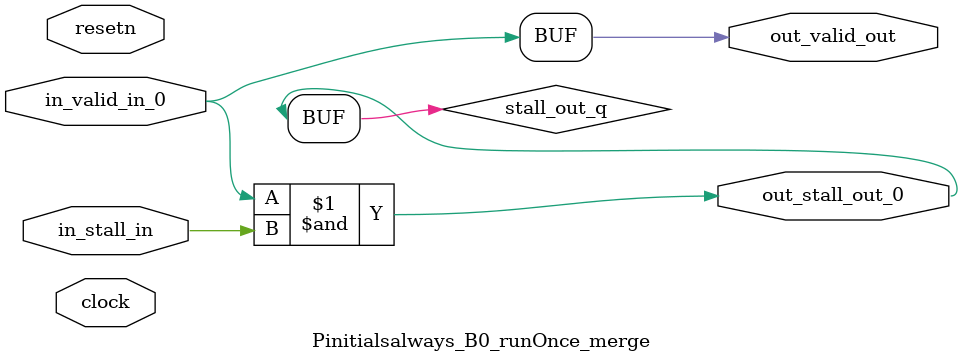
<source format=sv>



(* altera_attribute = "-name AUTO_SHIFT_REGISTER_RECOGNITION OFF; -name MESSAGE_DISABLE 10036; -name MESSAGE_DISABLE 10037; -name MESSAGE_DISABLE 14130; -name MESSAGE_DISABLE 14320; -name MESSAGE_DISABLE 15400; -name MESSAGE_DISABLE 14130; -name MESSAGE_DISABLE 10036; -name MESSAGE_DISABLE 12020; -name MESSAGE_DISABLE 12030; -name MESSAGE_DISABLE 12010; -name MESSAGE_DISABLE 12110; -name MESSAGE_DISABLE 14320; -name MESSAGE_DISABLE 13410; -name MESSAGE_DISABLE 113007; -name MESSAGE_DISABLE 10958" *)
module Pinitialsalways_B0_runOnce_merge (
    input wire [0:0] in_stall_in,
    input wire [0:0] in_valid_in_0,
    output wire [0:0] out_stall_out_0,
    output wire [0:0] out_valid_out,
    input wire clock,
    input wire resetn
    );

    wire [0:0] stall_out_q;


    // stall_out(LOGICAL,6)
    assign stall_out_q = in_valid_in_0 & in_stall_in;

    // out_stall_out_0(GPOUT,4)
    assign out_stall_out_0 = stall_out_q;

    // out_valid_out(GPOUT,5)
    assign out_valid_out = in_valid_in_0;

endmodule

</source>
